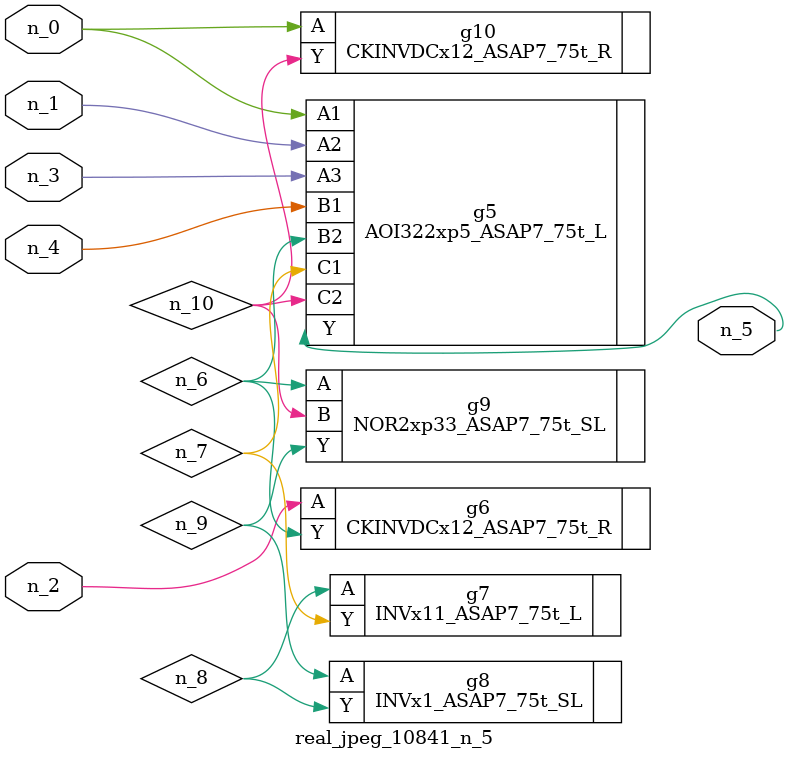
<source format=v>
module real_jpeg_10841_n_5 (n_4, n_0, n_1, n_2, n_3, n_5);

input n_4;
input n_0;
input n_1;
input n_2;
input n_3;

output n_5;

wire n_8;
wire n_6;
wire n_7;
wire n_10;
wire n_9;

AOI322xp5_ASAP7_75t_L g5 ( 
.A1(n_0),
.A2(n_1),
.A3(n_3),
.B1(n_4),
.B2(n_6),
.C1(n_7),
.C2(n_10),
.Y(n_5)
);

CKINVDCx12_ASAP7_75t_R g10 ( 
.A(n_0),
.Y(n_10)
);

CKINVDCx12_ASAP7_75t_R g6 ( 
.A(n_2),
.Y(n_6)
);

NOR2xp33_ASAP7_75t_SL g9 ( 
.A(n_6),
.B(n_10),
.Y(n_9)
);

INVx11_ASAP7_75t_L g7 ( 
.A(n_8),
.Y(n_7)
);

INVx1_ASAP7_75t_SL g8 ( 
.A(n_9),
.Y(n_8)
);


endmodule
</source>
